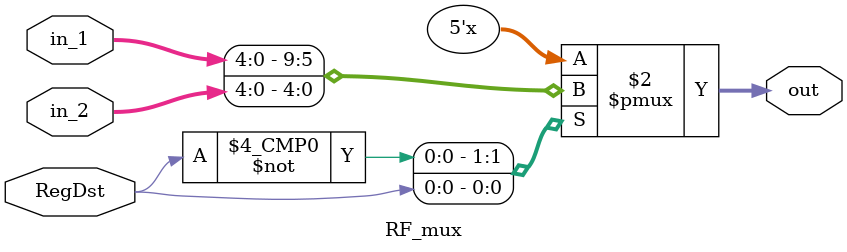
<source format=v>
`timescale 1ns / 1ns
module RF_mux(
	in_1, in_2, out, RegDst
    );
	input [4:0] in_1;
	input [4:0] in_2;
	output reg[4:0] out;
	input RegDst;
	
	always@(*) begin
		case(RegDst)
			1'b0: out = in_1;
			1'b1: out = in_2;
		endcase
	end

endmodule

</source>
